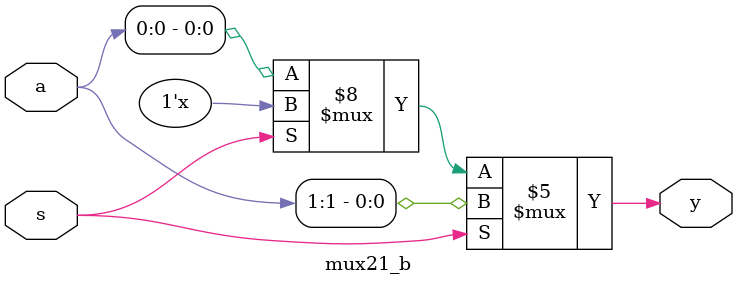
<source format=v>
`timescale 1ns / 1ps


module mux21_b(
    input [1:0] a,
    input s,
    output reg y
    );
 always @(s)
 begin
 if(s == 0)
 y = a[0];
 if(s == 1)
 y = a[1];
 end   
endmodule

</source>
